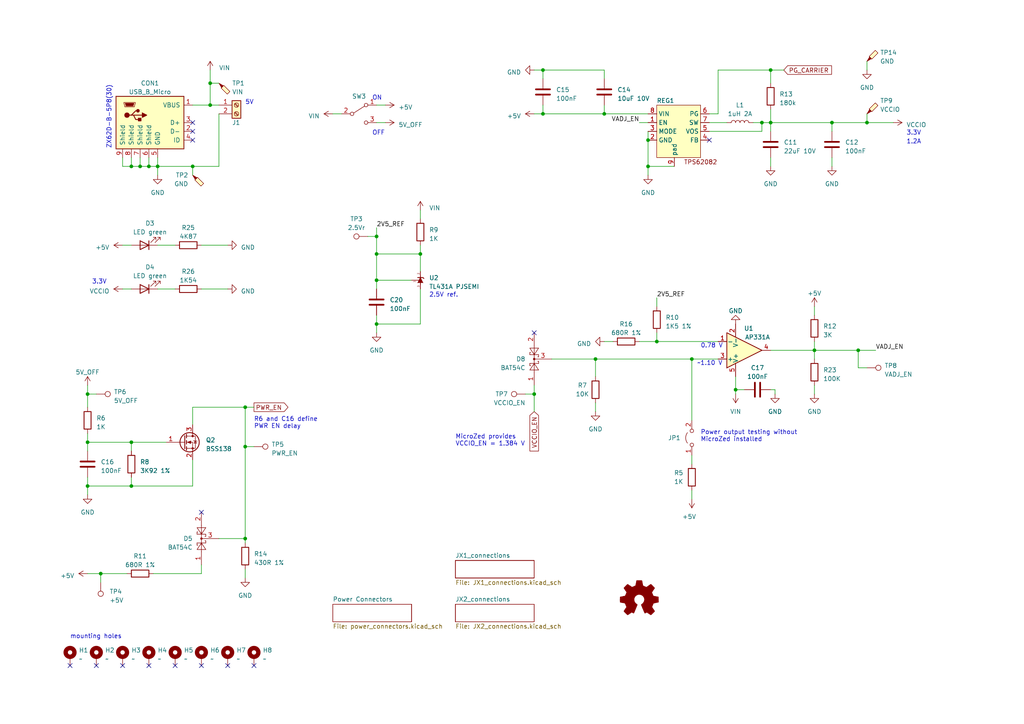
<source format=kicad_sch>
(kicad_sch (version 20230121) (generator eeschema)
  (paper "A4")
  (title_block (title "MicroZed development carrier board") (date "2023-08-19") (rev "4") (comment 1 "               License: Creative Commons Zero") (comment 3 "               (c) 2023 Viktor Nikolov"))
  (lib_symbols
    (symbol "Comparator:LM397" (pin_names (offset 0.127))
      (property "Reference" "U" (at 1.27 5.08 0))
      (property "Value" "LM397" (at 3.81 -5.08 0))
      (symbol "LM397_1_1"
        (pin input line (at -7.62 -2.54 0) (length 2.54) (name "-") (number "1"))
        (pin power_in line (at -2.54 -7.62 90) (length 3.81) (name "V-") (number "2"))
        (pin input line (at -7.62 2.54 0) (length 2.54) (name "+") (number "3"))
        (pin open_collector line (at 7.62 0 180) (length 2.54) (name "~") (number "4"))
        (pin power_in line (at -2.54 7.62 270) (length 3.81) (name "V+") (number "5"))
      )
    )
    (symbol "Connector:Screw_Terminal_01x02" (pin_names (offset 1.016) hide)
      (property "Reference" "J" (at 0 2.54 0))
      (property "Value" "Screw_Terminal_01x02" (at 0 -5.08 0))
      (symbol "Screw_Terminal_01x02_1_1"
        (pin passive line (at -5.08 0 0) (length 3.81) (name "Pin_1") (number "1"))
        (pin passive line (at -5.08 -2.54 0) (length 3.81) (name "Pin_2") (number "2"))
      )
    )
    (symbol "Connector:TestPoint" (pin_numbers hide) (pin_names (offset 0.762) hide)
      (property "Reference" "TP" (at 0 6.858 0))
      (property "Value" "TestPoint" (at 0 5.08 0))
      (symbol "TestPoint_1_1"
        (pin passive line (at 0 0 90) (length 2.54) (name "1") (number "1"))
      )
    )
    (symbol "Connector:TestPoint_Probe" (pin_numbers hide) (pin_names (offset 0.762) hide)
      (property "Reference" "TP" (at 1.651 5.842 0))
      (property "Value" "TestPoint_Probe" (at 1.651 4.064 0))
      (symbol "TestPoint_Probe_1_1"
        (pin passive line (at 0 0 90) (length 0) (name "1") (number "1"))
      )
    )
    (symbol "Device:C" (pin_numbers hide) (pin_names (offset 0.254))
      (property "Reference" "C" (at 0.635 2.54 0))
      (property "Value" "C" (at 0.635 -2.54 0))
      (symbol "C_1_1"
        (pin passive line (at 0 3.81 270) (length 2.794) (name "~") (number "1"))
        (pin passive line (at 0 -3.81 90) (length 2.794) (name "~") (number "2"))
      )
    )
    (symbol "Device:L" (pin_numbers hide) (pin_names (offset 1.016) hide)
      (property "Reference" "L" (at -1.27 0 90))
      (property "Value" "L" (at 1.905 0 90))
      (symbol "L_1_1"
        (pin passive line (at 0 3.81 270) (length 1.27) (name "1") (number "1"))
        (pin passive line (at 0 -3.81 90) (length 1.27) (name "2") (number "2"))
      )
    )
    (symbol "Device:LED" (pin_numbers hide) (pin_names (offset 1.016) hide)
      (property "Reference" "D" (at 0 2.54 0))
      (property "Value" "LED" (at 0 -2.54 0))
      (symbol "LED_1_1"
        (pin passive line (at -3.81 0 0) (length 2.54) (name "K") (number "1"))
        (pin passive line (at 3.81 0 180) (length 2.54) (name "A") (number "2"))
      )
    )
    (symbol "Device:R" (pin_numbers hide) (pin_names (offset 0))
      (property "Reference" "R" (at 2.032 0 90))
      (property "Value" "R" (at 0 0 90))
      (symbol "R_1_1"
        (pin passive line (at 0 3.81 270) (length 1.27) (name "~") (number "1"))
        (pin passive line (at 0 -3.81 90) (length 1.27) (name "~") (number "2"))
      )
    )
    (symbol "Diode:BAT54C" (pin_names (offset 1.016))
      (property "Reference" "D" (at 0.635 -3.81 0))
      (property "Value" "BAT54C" (at -6.35 3.175 0))
      (symbol "BAT54C_1_1"
        (pin passive line (at -7.62 0 0) (length 3.81) (name "~") (number "1"))
        (pin passive line (at 7.62 0 180) (length 3.81) (name "~") (number "2"))
        (pin passive line (at 0 -5.08 90) (length 5.08) (name "~") (number "3"))
      )
    )
    (symbol "Graphic:Logo_Open_Hardware_Small" (in_bom no) (on_board no))
    (symbol "Jumper:Jumper_2_Open" (pin_names (offset 0) hide)
      (property "Reference" "JP" (at 0 2.794 0))
      (property "Value" "Jumper_2_Open" (at 0 -2.286 0))
      (symbol "Jumper_2_Open_1_1"
        (pin passive line (at -5.08 0 0) (length 2.54) (name "A") (number "1"))
        (pin passive line (at 5.08 0 180) (length 2.54) (name "B") (number "2"))
      )
    )
    (symbol "Mechanical:MountingHole_Pad" (pin_numbers hide) (pin_names (offset 1.016) hide)
      (property "Reference" "H" (at 0 6.35 0))
      (property "Value" "MountingHole_Pad" (at 0 4.445 0))
      (symbol "MountingHole_Pad_1_1"
        (pin input line (at 0 -2.54 90) (length 2.54) (name "1") (number "1"))
      )
    )
    (symbol "Switch:SW_SPDT" (pin_names (offset 0) hide)
      (property "Reference" "SW" (at 0 4.318 0))
      (property "Value" "SW_SPDT" (at 0 -5.08 0))
      (symbol "SW_SPDT_1_1"
        (pin passive line (at 5.08 2.54 180) (length 2.54) (name "A") (number "1"))
        (pin passive line (at -5.08 0 0) (length 2.54) (name "B") (number "2"))
        (pin passive line (at 5.08 -2.54 180) (length 2.54) (name "C") (number "3"))
      )
    )
    (symbol "Transistor_FET:BSS138" (pin_names hide)
      (property "Reference" "Q" (at 5.08 1.905 0))
      (property "Value" "BSS138" (at 5.08 0 0))
      (symbol "BSS138_1_1"
        (pin input line (at -5.08 0 0) (length 2.54) (name "G") (number "1"))
        (pin passive line (at 2.54 -5.08 90) (length 2.54) (name "S") (number "2"))
        (pin passive line (at 2.54 5.08 270) (length 2.54) (name "D") (number "3"))
      )
    )
    (symbol "Viktor_symbols:5V_OFF" (power) (pin_names (offset 0))
      (property "Value" "5V_OFF" (at 0 3.81 0))
      (symbol "5V_OFF_1_1"
        (pin power_in line (at 0 0 90) (length 0) hide (name "5V_OFF") (number "1"))
      )
    )
    (symbol "Viktor_symbols:TL431A-PJSEMI-2.5V-ref" (pin_numbers hide) (pin_names hide)
      (property "Reference" "U" (at -2.54 2.54 0))
      (property "Value" "TL431A PJSEMI" (at 0 -2.54 0))
      (symbol "TL431A-PJSEMI-2.5V-ref_1_1"
        (text "1" (at -0.3556 1.6764 0) (effects (font (size 0.6 0.6))))
        (text "2" (at 1.905 0.508 0) (effects (font (size 0.6 0.6))))
        (text "3" (at -1.778 0.508 0) (effects (font (size 0.6 0.6))))
        (pin passive line (at 0 2.54 270) (length 2.54) (name "REF") (number "1"))
        (pin passive line (at 2.54 0 180) (length 2.54) (name "K") (number "2"))
        (pin passive line (at -2.54 0 0) (length 2.54) (name "A") (number "3"))
      )
    )
    (symbol "Viktor_symbols:TPS62082_DC-DC"
      (property "Reference" "REG" (at 0 0 0))
      (symbol "TPS62082_DC-DC_0_0"
        (pin input line (at -7.62 -7.62 0) (length 2.54) (name "EN") (number "1"))
        (pin power_out line (at -7.62 -12.7 0) (length 2.54) (name "GND") (number "2"))
        (pin input line (at -7.62 -10.16 0) (length 2.54) (name "MODE") (number "3"))
        (pin input line (at 10.16 -12.7 180) (length 2.54) (name "FB") (number "4"))
        (pin input line (at 10.16 -10.16 180) (length 2.54) (name "VOS") (number "5"))
        (pin output line (at 10.16 -5.08 180) (length 2.54) (name "PG") (number "6"))
        (pin power_out line (at 10.16 -7.62 180) (length 2.54) (name "SW") (number "7"))
        (pin power_in line (at -7.62 -5.08 0) (length 2.54) (name "VIN") (number "8"))
        (pin power_out line (at 0 -20.32 90) (length 2.54) (name "pad") (number "9"))
      )
      (symbol "TPS62082_DC-DC_1_1"
        (text "TPS62082" (at 7.62 -19.05 0) (effects (font (size 1.27 1.27))))
      )
    )
    (symbol "Viktor_symbols:USB_B_Micro_ZX62D-B-5P830" (pin_names (offset 1.016))
      (property "Reference" "J" (at -5.08 11.43 0))
      (property "Value" "USB_B_Micro" (at -5.08 8.89 0))
      (symbol "USB_B_Micro_ZX62D-B-5P830_1_1"
        (pin power_out line (at 15.24 5.08 180) (length 2.54) (name "VBUS") (number "1"))
        (pin bidirectional line (at 15.24 -2.54 180) (length 2.54) (name "D-") (number "2"))
        (pin bidirectional line (at 15.24 0 180) (length 2.54) (name "D+") (number "3"))
        (pin passive line (at 15.24 -5.08 180) (length 2.54) (name "ID") (number "4"))
        (pin power_out line (at 5.08 -10.16 90) (length 2.54) (name "GND") (number "5"))
        (pin power_out line (at 2.54 -10.16 90) (length 2.54) (name "Shield") (number "6"))
        (pin power_out line (at 0 -10.16 90) (length 2.54) (name "Shield") (number "7"))
        (pin power_out line (at -2.54 -10.16 90) (length 2.54) (name "Shield") (number "8"))
        (pin power_out line (at -5.08 -10.16 90) (length 2.54) (name "Shield") (number "9"))
      )
    )
    (symbol "Viktor_symbols:VCCIO" (power) (pin_names (offset 0))
      (property "Value" "VCCIO" (at 0 3.81 0))
      (symbol "VCCIO_1_1"
        (pin power_in line (at 0 0 90) (length 0) hide (name "VCCIO") (number "1"))
      )
    )
    (symbol "Viktor_symbols:VIN" (power) (pin_names (offset 0))
      (property "Value" "VIN" (at 0 3.81 0))
      (symbol "VIN_1_1"
        (pin power_in line (at 0 0 90) (length 0) hide (name "VIN") (number "1"))
      )
    )
    (symbol "power:+5V" (power) (pin_names (offset 0))
      (property "Value" "+5V" (at 0 3.556 0))
      (symbol "+5V_1_1"
        (pin power_in line (at 0 0 90) (length 0) hide (name "+5V") (number "1"))
      )
    )
    (symbol "power:GND" (power) (pin_names (offset 0))
      (property "Value" "GND" (at 0 -3.81 0))
      (symbol "GND_1_1"
        (pin power_in line (at 0 0 270) (length 0) hide (name "GND") (number "1"))
      )
    )
  )
  (junction (at 25.4 114.3))
  (junction (at 190.5 99.06))
  (junction (at 25.4 128.27))
  (junction (at 157.48 20.32))
  (junction (at 109.22 68.58))
  (junction (at 241.3 35.56))
  (junction (at 109.22 73.66))
  (junction (at 71.12 118.11))
  (junction (at 25.4 140.97))
  (junction (at 60.96 24.13))
  (junction (at 248.92 101.6))
  (junction (at 154.94 114.3))
  (junction (at 109.22 81.28))
  (junction (at 213.36 113.03))
  (junction (at 223.52 35.56))
  (junction (at 55.88 48.26))
  (junction (at 251.46 35.56))
  (junction (at 200.66 104.14))
  (junction (at 43.18 48.26))
  (junction (at 109.22 93.98))
  (junction (at 175.26 33.02))
  (junction (at 172.72 104.14))
  (junction (at 121.92 73.66))
  (junction (at 157.48 33.02))
  (junction (at 38.1 48.26))
  (junction (at 236.22 101.6))
  (junction (at 71.12 156.21))
  (junction (at 29.21 166.37))
  (junction (at 223.52 20.32))
  (junction (at 38.1 128.27))
  (junction (at 71.12 129.54))
  (junction (at 220.98 35.56))
  (junction (at 38.1 140.97))
  (junction (at 187.96 40.64))
  (junction (at 60.96 30.48))
  (junction (at 40.64 48.26))
  (junction (at 45.72 48.26))
  (junction (at 187.96 48.26))
  (no_connect (at 154.94 96.52))
  (no_connect (at 55.88 40.64))
  (no_connect (at 20.32 193.04))
  (no_connect (at 66.04 193.04))
  (no_connect (at 35.56 193.04))
  (no_connect (at 55.88 35.56))
  (no_connect (at 58.42 193.04))
  (no_connect (at 58.42 148.59))
  (no_connect (at 27.94 193.04))
  (no_connect (at 55.88 38.1))
  (no_connect (at 43.18 193.04))
  (no_connect (at 205.74 40.64))
  (no_connect (at 73.66 193.04))
  (no_connect (at 50.8 193.04))
  (wire (pts (xy 248.92 101.6) (xy 248.92 106.68)))
  (wire (pts (xy 248.92 101.6) (xy 254 101.6)))
  (wire (pts (xy 175.26 20.32) (xy 175.26 22.86)))
  (wire (pts (xy 25.4 111.76) (xy 25.4 114.3)))
  (wire (pts (xy 213.36 109.22) (xy 213.36 113.03)))
  (wire (pts (xy 38.1 140.97) (xy 55.88 140.97)))
  (wire (pts (xy 200.66 144.78) (xy 200.66 142.24)))
  (wire (pts (xy 190.5 86.36) (xy 190.5 88.9)))
  (wire (pts (xy 55.88 123.19) (xy 55.88 118.11)))
  (wire (pts (xy 185.42 99.06) (xy 190.5 99.06)))
  (wire (pts (xy 223.52 45.72) (xy 223.52 48.26)))
  (wire (pts (xy 224.79 113.03) (xy 224.79 114.3)))
  (wire (pts (xy 44.45 166.37) (xy 58.42 166.37)))
  (wire (pts (xy 109.22 66.04) (xy 109.22 68.58)))
  (wire (pts (xy 109.22 93.98) (xy 121.92 93.98)))
  (wire (pts (xy 213.36 113.03) (xy 213.36 114.3)))
  (wire (pts (xy 55.88 50.8) (xy 55.88 48.26)))
  (wire (pts (xy 187.96 48.26) (xy 187.96 50.8)))
  (wire (pts (xy 38.1 45.72) (xy 38.1 48.26)))
  (wire (pts (xy 236.22 99.06) (xy 236.22 101.6)))
  (wire (pts (xy 55.88 118.11) (xy 71.12 118.11)))
  (wire (pts (xy 251.46 33.02) (xy 251.46 35.56)))
  (wire (pts (xy 205.74 38.1) (xy 220.98 38.1)))
  (wire (pts (xy 236.22 101.6) (xy 248.92 101.6)))
  (wire (pts (xy 71.12 129.54) (xy 71.12 156.21)))
  (wire (pts (xy 200.66 121.92) (xy 200.66 104.14)))
  (wire (pts (xy 43.18 45.72) (xy 43.18 48.26)))
  (wire (pts (xy 157.48 20.32) (xy 175.26 20.32)))
  (wire (pts (xy 55.88 133.35) (xy 55.88 140.97)))
  (wire (pts (xy 96.52 33.02) (xy 99.06 33.02)))
  (wire (pts (xy 187.96 48.26) (xy 195.58 48.26)))
  (wire (pts (xy 205.74 33.02) (xy 208.28 33.02)))
  (wire (pts (xy 152.4 114.3) (xy 154.94 114.3)))
  (wire (pts (xy 25.4 140.97) (xy 38.1 140.97)))
  (wire (pts (xy 55.88 30.48) (xy 60.96 30.48)))
  (wire (pts (xy 109.22 83.82) (xy 109.22 81.28)))
  (wire (pts (xy 35.56 71.12) (xy 38.1 71.12)))
  (wire (pts (xy 60.96 30.48) (xy 63.5 30.48)))
  (wire (pts (xy 63.5 33.02) (xy 63.5 48.26)))
  (wire (pts (xy 38.1 128.27) (xy 38.1 130.81)))
  (wire (pts (xy 58.42 83.82) (xy 66.04 83.82)))
  (wire (pts (xy 121.92 73.66) (xy 121.92 78.74)))
  (wire (pts (xy 71.12 165.1) (xy 71.12 167.64)))
  (wire (pts (xy 25.4 125.73) (xy 25.4 128.27)))
  (wire (pts (xy 172.72 104.14) (xy 172.72 109.22)))
  (wire (pts (xy 109.22 68.58) (xy 109.22 73.66)))
  (wire (pts (xy 45.72 48.26) (xy 43.18 48.26)))
  (wire (pts (xy 71.12 118.11) (xy 73.66 118.11)))
  (wire (pts (xy 71.12 156.21) (xy 71.12 157.48)))
  (wire (pts (xy 175.26 99.06) (xy 177.8 99.06)))
  (wire (pts (xy 241.3 35.56) (xy 251.46 35.56)))
  (wire (pts (xy 25.4 114.3) (xy 27.94 114.3)))
  (wire (pts (xy 248.92 106.68) (xy 251.46 106.68)))
  (wire (pts (xy 60.96 24.13) (xy 60.96 30.48)))
  (wire (pts (xy 236.22 111.76) (xy 236.22 114.3)))
  (wire (pts (xy 220.98 35.56) (xy 223.52 35.56)))
  (wire (pts (xy 218.44 35.56) (xy 220.98 35.56)))
  (wire (pts (xy 45.72 83.82) (xy 50.8 83.82)))
  (wire (pts (xy 25.4 114.3) (xy 25.4 118.11)))
  (wire (pts (xy 223.52 113.03) (xy 224.79 113.03)))
  (wire (pts (xy 109.22 35.56) (xy 111.76 35.56)))
  (wire (pts (xy 154.94 33.02) (xy 157.48 33.02)))
  (wire (pts (xy 223.52 20.32) (xy 227.33 20.32)))
  (wire (pts (xy 109.22 81.28) (xy 109.22 73.66)))
  (wire (pts (xy 45.72 48.26) (xy 45.72 50.8)))
  (wire (pts (xy 160.02 104.14) (xy 172.72 104.14)))
  (wire (pts (xy 223.52 35.56) (xy 241.3 35.56)))
  (wire (pts (xy 29.21 166.37) (xy 36.83 166.37)))
  (wire (pts (xy 29.21 166.37) (xy 29.21 168.91)))
  (wire (pts (xy 45.72 45.72) (xy 45.72 48.26)))
  (wire (pts (xy 154.94 20.32) (xy 157.48 20.32)))
  (wire (pts (xy 241.3 45.72) (xy 241.3 48.26)))
  (wire (pts (xy 109.22 30.48) (xy 111.76 30.48)))
  (wire (pts (xy 106.68 68.58) (xy 109.22 68.58)))
  (wire (pts (xy 71.12 118.11) (xy 71.12 129.54)))
  (wire (pts (xy 45.72 48.26) (xy 55.88 48.26)))
  (wire (pts (xy 157.48 30.48) (xy 157.48 33.02)))
  (wire (pts (xy 38.1 138.43) (xy 38.1 140.97)))
  (wire (pts (xy 241.3 38.1) (xy 241.3 35.56)))
  (wire (pts (xy 223.52 101.6) (xy 236.22 101.6)))
  (wire (pts (xy 25.4 128.27) (xy 25.4 130.81)))
  (wire (pts (xy 175.26 33.02) (xy 187.96 33.02)))
  (wire (pts (xy 109.22 93.98) (xy 109.22 96.52)))
  (wire (pts (xy 25.4 140.97) (xy 25.4 143.51)))
  (wire (pts (xy 38.1 128.27) (xy 48.26 128.27)))
  (wire (pts (xy 208.28 20.32) (xy 223.52 20.32)))
  (wire (pts (xy 187.96 38.1) (xy 187.96 40.64)))
  (wire (pts (xy 175.26 30.48) (xy 175.26 33.02)))
  (wire (pts (xy 220.98 38.1) (xy 220.98 35.56)))
  (wire (pts (xy 121.92 71.12) (xy 121.92 73.66)))
  (wire (pts (xy 185.42 35.56) (xy 187.96 35.56)))
  (wire (pts (xy 236.22 101.6) (xy 236.22 104.14)))
  (wire (pts (xy 25.4 166.37) (xy 29.21 166.37)))
  (wire (pts (xy 25.4 138.43) (xy 25.4 140.97)))
  (wire (pts (xy 109.22 73.66) (xy 121.92 73.66)))
  (wire (pts (xy 35.56 45.72) (xy 35.56 48.26)))
  (wire (pts (xy 38.1 48.26) (xy 35.56 48.26)))
  (wire (pts (xy 187.96 40.64) (xy 187.96 48.26)))
  (wire (pts (xy 63.5 156.21) (xy 71.12 156.21)))
  (wire (pts (xy 25.4 128.27) (xy 38.1 128.27)))
  (wire (pts (xy 58.42 163.83) (xy 58.42 166.37)))
  (wire (pts (xy 213.36 113.03) (xy 215.9 113.03)))
  (wire (pts (xy 35.56 83.82) (xy 38.1 83.82)))
  (wire (pts (xy 172.72 116.84) (xy 172.72 119.38)))
  (wire (pts (xy 109.22 91.44) (xy 109.22 93.98)))
  (wire (pts (xy 190.5 99.06) (xy 208.28 99.06)))
  (wire (pts (xy 121.92 60.96) (xy 121.92 63.5)))
  (wire (pts (xy 60.96 20.32) (xy 60.96 24.13)))
  (wire (pts (xy 251.46 35.56) (xy 259.08 35.56)))
  (wire (pts (xy 109.22 81.28) (xy 119.38 81.28)))
  (wire (pts (xy 45.72 71.12) (xy 50.8 71.12)))
  (wire (pts (xy 154.94 111.76) (xy 154.94 114.3)))
  (wire (pts (xy 157.48 20.32) (xy 157.48 22.86)))
  (wire (pts (xy 205.74 35.56) (xy 210.82 35.56)))
  (wire (pts (xy 208.28 20.32) (xy 208.28 33.02)))
  (wire (pts (xy 236.22 88.9) (xy 236.22 91.44)))
  (wire (pts (xy 223.52 31.75) (xy 223.52 35.56)))
  (wire (pts (xy 40.64 45.72) (xy 40.64 48.26)))
  (wire (pts (xy 55.88 48.26) (xy 63.5 48.26)))
  (wire (pts (xy 200.66 104.14) (xy 208.28 104.14)))
  (wire (pts (xy 200.66 134.62) (xy 200.66 132.08)))
  (wire (pts (xy 223.52 20.32) (xy 223.52 24.13)))
  (wire (pts (xy 58.42 71.12) (xy 66.04 71.12)))
  (wire (pts (xy 40.64 48.26) (xy 38.1 48.26)))
  (wire (pts (xy 172.72 104.14) (xy 200.66 104.14)))
  (wire (pts (xy 60.96 24.13) (xy 63.5 24.13)))
  (wire (pts (xy 223.52 35.56) (xy 223.52 38.1)))
  (wire (pts (xy 43.18 48.26) (xy 40.64 48.26)))
  (wire (pts (xy 190.5 96.52) (xy 190.5 99.06)))
  (wire (pts (xy 251.46 17.78) (xy 251.46 20.32)))
  (wire (pts (xy 157.48 33.02) (xy 175.26 33.02)))
  (wire (pts (xy 154.94 114.3) (xy 154.94 119.38)))
  (wire (pts (xy 71.12 129.54) (xy 73.66 129.54)))
  (wire (pts (xy 121.92 83.82) (xy 121.92 93.98)))
  (text "R6 and C16 define\nPWR EN delay" (at 73.66 124.46 0) (effects (font (size 1.27 1.27)) (justify left bottom)))
  (text "1.2A" (at 262.89 41.91 0) (effects (font (size 1.27 1.27)) (justify left bottom)))
  (text "2.5V ref." (at 124.46 86.36 0) (effects (font (size 1.27 1.27)) (justify left bottom)))
  (text "mounting holes" (at 20.32 185.42 0) (effects (font (size 1.27 1.27)) (justify left bottom)))
  (text "3.3V" (at 262.89 39.37 0) (effects (font (size 1.27 1.27)) (justify left bottom)))
  (text "0.78 V" (at 203.2 101.092 0) (effects (font (size 1.27 1.27)) (justify left bottom)))
  (text "~1.10 V" (at 202.184 106.172 0) (effects (font (size 1.27 1.27)) (justify left bottom)))
  (text "Power output testing without\nMicroZed installed" (at 203.2 128.27 0) (effects (font (size 1.27 1.27)) (justify left bottom)))
  (text "OFF" (at 107.95 39.37 0) (effects (font (size 1.27 1.27)) (justify left bottom)))
  (text "MicroZed provides\nVCCIO_EN = 1.384 V" (at 132.08 129.54 0) (effects (font (size 1.27 1.27)) (justify left bottom)))
  (text "ZX62D-B-5P8(30)" (at 32.385 43.18 90) (effects (font (size 1.27 1.27)) (justify left bottom)))
  (text "3.3V" (at 26.67 82.55 0) (effects (font (size 1.27 1.27)) (justify left bottom)))
  (text "5V" (at 71.12 30.48 0) (effects (font (size 1.27 1.27)) (justify left bottom)))
  (text "ON" (at 107.95 29.21 0) (effects (font (size 1.27 1.27)) (justify left bottom)))
  (label "VADJ_EN" (at 185.42 35.56 180))
  (label "2V5_REF" (at 190.5 86.36 0))
  (label "VADJ_EN" (at 254 101.6 0))
  (label "2V5_REF" (at 109.22 66.04 0))
  (global_label "PG_CARRIER" (shape input) (at 227.33 20.32 0) (property "Intersheetrefs" "${INTERSHEET_REFS}" (effects hide)))
  (global_label "PWR_EN" (shape output) (at 73.66 118.11 0) (property "Intersheetrefs" "${INTERSHEET_REFS}" (effects hide)))
  (global_label "VCCIO_EN" (shape input) (at 154.94 119.38 270) (property "Intersheetrefs" "${INTERSHEET_REFS}" (effects hide)))
  (symbol (lib_id "Connector:TestPoint") (at 106.68 68.58 90) (unit 1) (in_bom no)
    (property "Reference" "TP3" (at 103.378 63.5 90))
    (property "Value" "2.5Vr" (at 103.378 66.04 90))
    (property "Footprint" "Viktor:TestPoint__Drill1.0mm" (effects hide))
  )
  (symbol (lib_id "Connector:TestPoint") (at 152.4 114.3 90) (unit 1) (in_bom no)
    (property "Reference" "TP7" (at 147.32 114.3 90) (effects (justify left)))
    (property "Value" "VCCIO_EN" (at 152.4 116.84 90) (effects (justify left)))
    (property "Footprint" "Viktor:TestPoint__Drill1.0mm" (effects hide))
  )
  (symbol (lib_id "Connector:TestPoint_Probe") (at 63.5 24.13 270) (unit 1) (in_bom no)
    (property "Reference" "TP1" (at 67.31 24.13 90) (effects (justify left)))
    (property "Value" "VIN" (at 67.31 26.67 90) (effects (justify left)))
    (property "Footprint" "Viktor:TestPoint__Drill1.0mm" (effects hide))
  )
  (symbol (lib_id "Viktor_symbols:VCCIO") (at 35.56 83.82 90) (unit 1)
    (property "Reference" "#PWR017" (effects hide))
    (property "Value" "VCCIO" (at 31.75 84.455 90) (effects (justify left)))
  )
  (symbol (lib_id "power:+5V") (at 154.94 33.02 90) (unit 1)
    (property "Reference" "#PWR01" (effects hide))
    (property "Value" "+5V" (at 151.13 33.655 90) (effects (justify left)))
  )
  (symbol (lib_id "Connector:TestPoint_Probe") (at 55.88 50.8 0) (mirror x) (unit 1) (in_bom no)
    (property "Reference" "TP2" (at 54.61 50.8 0) (effects (justify right)))
    (property "Value" "GND" (at 54.61 53.34 0) (effects (justify right)))
    (property "Footprint" "Viktor:TestPoint__Drill1.0mm" (effects hide))
  )
  (symbol (lib_id "Device:R") (at 236.22 107.95 0) (unit 1)
    (property "Reference" "R23" (at 238.76 107.315 0) (effects (justify left)))
    (property "Value" "100K" (at 238.76 109.855 0) (effects (justify left)))
    (property "Footprint" "Resistor_SMD:R_0603_1608Metric" (effects hide))
    (property "LCSC" "C25803" (effects hide))
  )
  (symbol (lib_id "Device:R") (at 172.72 113.03 0) (unit 1)
    (property "Reference" "R7" (at 168.91 111.76 0))
    (property "Value" "10K" (at 168.91 114.3 0))
    (property "Footprint" "Resistor_SMD:R_0603_1608Metric" (effects hide))
    (property "LCSC" "C25804" (effects hide))
  )
  (symbol (lib_id "Device:R") (at 25.4 121.92 180) (unit 1)
    (property "Reference" "R6" (at 27.94 121.285 0) (effects (justify right)))
    (property "Value" "1K" (at 27.94 123.825 0) (effects (justify right)))
    (property "Footprint" "Resistor_SMD:R_0603_1608Metric" (effects hide))
    (property "LCSC" "C21190" (effects hide))
  )
  (symbol (lib_id "Connector:TestPoint") (at 251.46 106.68 270) (unit 1) (in_bom no)
    (property "Reference" "TP8" (at 256.54 106.045 90) (effects (justify left)))
    (property "Value" "VADJ_EN" (at 256.54 108.585 90) (effects (justify left)))
    (property "Footprint" "Viktor:TestPoint__Drill1.0mm" (effects hide))
  )
  (symbol (lib_id "power:GND") (at 154.94 20.32 270) (unit 1)
    (property "Reference" "#PWR02" (effects hide))
    (property "Value" "GND" (at 151.13 20.955 90) (effects (justify right)))
  )
  (symbol (lib_id "Device:LED") (at 41.91 83.82 180) (unit 1)
    (property "Reference" "D4" (at 43.4975 77.47 0))
    (property "Value" "LED green" (at 43.4975 80.01 0))
    (property "Footprint" "LED_SMD:LED_0603_1608Metric" (effects hide))
    (property "LCSC" "C2833058" (effects hide))
  )
  (symbol (lib_id "Transistor_FET:BSS138") (at 53.34 128.27 0) (unit 1)
    (property "Reference" "Q2" (at 59.69 127.635 0) (effects (justify left)))
    (property "Value" "BSS138" (at 59.69 130.175 0) (effects (justify left)))
    (property "Footprint" "Package_TO_SOT_SMD:SOT-23" (effects hide))
    (property "Datasheet" "https://www.onsemi.com/pub/Collateral/BSS138-D.PDF" (effects hide))
    (property "LCSC" "C400505" (effects hide))
    (property "JLCPCB Rotation Offset" "-180" (effects hide))
  )
  (symbol (lib_id "Device:C") (at 241.3 41.91 0) (unit 1)
    (property "Reference" "C12" (at 245.11 41.275 0) (effects (justify left)))
    (property "Value" "100nF" (at 245.11 43.815 0) (effects (justify left)))
    (property "Footprint" "Capacitor_SMD:C_0603_1608Metric" (effects hide))
    (property "LCSC" "C66501" (effects hide))
  )
  (symbol (lib_id "Device:R") (at 38.1 134.62 180) (unit 1)
    (property "Reference" "R8" (at 40.64 133.985 0) (effects (justify right)))
    (property "Value" "3K92 1%" (at 40.64 136.525 0) (effects (justify right)))
    (property "Footprint" "Resistor_SMD:R_0603_1608Metric" (effects hide))
    (property "LCSC" "C170585" (effects hide))
  )
  (symbol (lib_id "power:GND") (at 223.52 48.26 0) (unit 1)
    (property "Reference" "#PWR04" (effects hide))
    (property "Value" "GND" (at 223.52 53.34 0))
  )
  (symbol (lib_id "power:GND") (at 172.72 119.38 0) (unit 1)
    (property "Reference" "#PWR021" (effects hide))
    (property "Value" "GND" (at 172.72 124.46 0))
  )
  (symbol (lib_id "Device:R") (at 223.52 27.94 0) (unit 1)
    (property "Reference" "R13" (at 226.06 27.305 0) (effects (justify left)))
    (property "Value" "180k" (at 226.06 29.845 0) (effects (justify left)))
    (property "Footprint" "Resistor_SMD:R_0603_1608Metric" (effects hide))
    (property "LCSC" "C22827" (effects hide))
  )
  (symbol (lib_id "power:GND") (at 251.46 20.32 0) (unit 1)
    (property "Reference" "#PWR011" (effects hide))
    (property "Value" "GND" (at 251.46 25.4 0))
  )
  (symbol (lib_id "Device:C") (at 175.26 26.67 180) (unit 1)
    (property "Reference" "C14" (at 179.07 26.035 0) (effects (justify right)))
    (property "Value" "10uF 10V" (at 179.07 28.575 0) (effects (justify right)))
    (property "Footprint" "Capacitor_SMD:C_0603_1608Metric" (effects hide))
    (property "LCSC" "C19702" (effects hide))
  )
  (symbol (lib_id "Device:LED") (at 41.91 71.12 180) (unit 1)
    (property "Reference" "D3" (at 43.4975 64.77 0))
    (property "Value" "LED green" (at 43.4975 67.31 0))
    (property "Footprint" "LED_SMD:LED_0603_1608Metric" (effects hide))
    (property "LCSC" "C2833058" (effects hide))
  )
  (symbol (lib_id "power:GND") (at 224.79 114.3 0) (unit 1)
    (property "Reference" "#PWR029" (effects hide))
    (property "Value" "GND" (at 224.79 119.38 0))
  )
  (symbol (lib_id "power:+5V") (at 236.22 88.9 0) (unit 1)
    (property "Reference" "#PWR031" (effects hide))
    (property "Value" "+5V" (at 236.22 85.09 0))
  )
  (symbol (lib_id "Viktor_symbols:VIN") (at 213.36 114.3 180) (unit 1)
    (property "Reference" "#PWR028" (effects hide))
    (property "Value" "VIN" (at 213.36 119.38 0))
  )
  (symbol (lib_id "Device:L") (at 214.63 35.56 90) (unit 1)
    (property "Reference" "L1" (at 214.63 30.48 90))
    (property "Value" "1uH 2A" (at 214.63 33.02 90))
    (property "Footprint" "Viktor:Inductor-0806_L2.0-W1.6-1" (effects hide))
    (property "LCSC" "C2913752" (effects hide))
  )
  (symbol (lib_id "Connector:TestPoint_Probe") (at 251.46 33.02 0) (unit 1) (in_bom no)
    (property "Reference" "TP9" (at 255.27 29.21 0) (effects (justify left)))
    (property "Value" "VCCIO" (at 255.27 31.75 0) (effects (justify left)))
    (property "Footprint" "Viktor:TestPoint__Drill1.0mm" (effects hide))
  )
  (symbol (lib_id "Viktor_symbols:VIN") (at 96.52 33.02 90) (unit 1)
    (property "Reference" "#PWR09" (effects hide))
    (property "Value" "VIN" (at 92.71 33.655 90) (effects (justify left)))
  )
  (symbol (lib_id "Mechanical:MountingHole_Pad") (at 73.66 190.5 0) (unit 1) (in_bom no)
    (property "Reference" "H8" (at 76.2 188.595 0) (effects (justify left)))
    (property "Value" "~" (at 76.2 191.135 0) (effects (justify left)))
    (property "Footprint" "Viktor:MountingHole_3.2mm_Pad_7mm" (effects hide))
  )
  (symbol (lib_id "Device:R") (at 54.61 83.82 90) (unit 1)
    (property "Reference" "R26" (at 54.61 78.74 90))
    (property "Value" "1K54" (at 54.61 81.28 90))
    (property "Footprint" "Resistor_SMD:R_0603_1608Metric" (effects hide))
    (property "LCSC" "C100784" (effects hide))
  )
  (symbol (lib_id "power:GND") (at 25.4 143.51 0) (unit 1)
    (property "Reference" "#PWR018" (effects hide))
    (property "Value" "GND" (at 25.4 148.59 0))
  )
  (symbol (lib_id "power:GND") (at 187.96 50.8 0) (unit 1)
    (property "Reference" "#PWR03" (effects hide))
    (property "Value" "GND" (at 187.96 55.88 0))
  )
  (symbol (lib_id "power:GND") (at 66.04 83.82 90) (unit 1)
    (property "Reference" "#PWR016" (effects hide))
    (property "Value" "GND" (at 69.85 84.455 90) (effects (justify right)))
  )
  (symbol (lib_id "Device:R") (at 54.61 71.12 90) (unit 1)
    (property "Reference" "R25" (at 54.61 66.04 90))
    (property "Value" "4K87" (at 54.61 68.58 90))
    (property "Footprint" "Resistor_SMD:R_0603_1608Metric" (effects hide))
    (property "LCSC" "C2097544" (effects hide))
  )
  (symbol (lib_id "Device:C") (at 25.4 134.62 0) (unit 1)
    (property "Reference" "C16" (at 29.21 133.985 0) (effects (justify left)))
    (property "Value" "100nF" (at 29.21 136.525 0) (effects (justify left)))
    (property "Footprint" "Capacitor_SMD:C_0603_1608Metric" (effects hide))
    (property "LCSC" "C66501" (effects hide))
  )
  (symbol (lib_id "Device:R") (at 181.61 99.06 270) (unit 1)
    (property "Reference" "R16" (at 181.61 93.98 90))
    (property "Value" "680R 1%" (at 181.61 96.52 90))
    (property "Footprint" "Resistor_SMD:R_0603_1608Metric" (effects hide))
    (property "LCSC" "C23228" (effects hide))
  )
  (symbol (lib_id "Device:R") (at 236.22 95.25 0) (unit 1)
    (property "Reference" "R12" (at 238.76 94.615 0) (effects (justify left)))
    (property "Value" "3K" (at 238.76 97.155 0) (effects (justify left)))
    (property "Footprint" "Resistor_SMD:R_0603_1608Metric" (effects hide))
    (property "LCSC" "C4211" (effects hide))
  )
  (symbol (lib_id "power:GND") (at 213.36 93.98 180) (unit 1)
    (property "Reference" "#PWR027" (effects hide))
    (property "Value" "GND" (at 213.36 90.17 0))
  )
  (symbol (lib_id "Connector:TestPoint_Probe") (at 251.46 17.78 0) (unit 1) (in_bom no)
    (property "Reference" "TP14" (at 255.27 15.24 0) (effects (justify left)))
    (property "Value" "GND" (at 255.27 17.78 0) (effects (justify left)))
    (property "Footprint" "Viktor:TestPoint__Drill1.0mm" (effects hide))
  )
  (symbol (lib_id "Viktor_symbols:USB_B_Micro_ZX62D-B-5P830") (at 40.64 35.56 0) (unit 1)
    (property "Reference" "CON1" (at 43.4975 24.13 0))
    (property "Value" "USB_B_Micro" (at 43.4975 26.67 0))
    (property "Footprint" "Viktor:MICRO-USB-SMD_HRS-ZX62D-B-5P830" (effects hide))
    (property "Datasheet" "https://cz.mouser.com/ProductDetail/Hirose-Connector/ZX62D-B-5P830?qs=1Nn7v2rJFSJv6upTGKoMrA%3D%3D&gclid=CjwKCAjw8-OhBhB5EiwADyoY1WOGXJMmZH3hlvZtwC0nj-LUHA4uX4vVXE0ki98RAgrq_Odpqwb1VBoCO_kQAvD_BwE" (effects hide))
    (property "LCSC" "C719023" (effects hide))
  )
  (symbol (lib_id "Graphic:Logo_Open_Hardware_Small") (at 185.42 173.99 0) (unit 1) (in_bom no) (on_board no)
    (property "Reference" "#SYM1" (effects hide))
    (property "Value" "Logo_Open_Hardware_Small" (effects hide))
    (property "Sim.Enable" "0" (effects hide))
  )
  (symbol (lib_id "Viktor_symbols:VIN") (at 60.96 20.32 0) (unit 1)
    (property "Reference" "#PWR08" (effects hide))
    (property "Value" "VIN" (at 63.5 19.685 0) (effects (justify left)))
  )
  (symbol (lib_id "power:+5V") (at 35.56 71.12 90) (unit 1)
    (property "Reference" "#PWR013" (effects hide))
    (property "Value" "+5V" (at 31.75 71.755 90) (effects (justify left)))
  )
  (symbol (lib_id "Mechanical:MountingHole_Pad") (at 50.8 190.5 0) (unit 1) (in_bom no)
    (property "Reference" "H5" (at 53.34 188.595 0) (effects (justify left)))
    (property "Value" "~" (at 53.34 191.135 0) (effects (justify left)))
    (property "Footprint" "Viktor:MountingHole_3.2mm_Pad_7mm" (effects hide))
  )
  (symbol (lib_id "power:GND") (at 45.72 50.8 0) (unit 1)
    (property "Reference" "#PWR07" (effects hide))
    (property "Value" "GND" (at 45.72 55.88 0))
  )
  (symbol (lib_id "Viktor_symbols:TL431A-PJSEMI-2.5V-ref") (at 121.92 81.28 90) (unit 1)
    (property "Reference" "U2" (at 124.46 80.5815 90) (effects (justify right)))
    (property "Value" "TL431A PJSEMI" (at 124.46 83.1215 90) (effects (justify right)))
    (property "Footprint" "Package_TO_SOT_SMD:SOT-23" (effects hide))
    (property "Datasheet" "https://jlcpcb.com/partdetail/Pjsemi-TL431A/C411753" (effects hide))
    (property "LCSC" "C411753" (effects hide))
    (property "JLCPCB Rotation Offset" "-180" (effects hide))
  )
  (symbol (lib_id "Mechanical:MountingHole_Pad") (at 20.32 190.5 0) (unit 1) (in_bom no)
    (property "Reference" "H1" (at 22.86 188.595 0) (effects (justify left)))
    (property "Value" "~" (at 22.86 191.135 0) (effects (justify left)))
    (property "Footprint" "Viktor:MountingHole_3.2mm_Pad_7mm" (effects hide))
  )
  (symbol (lib_id "Mechanical:MountingHole_Pad") (at 27.94 190.5 0) (unit 1) (in_bom no)
    (property "Reference" "H2" (at 30.48 188.595 0) (effects (justify left)))
    (property "Value" "~" (at 30.48 191.135 0) (effects (justify left)))
    (property "Footprint" "Viktor:MountingHole_3.2mm_Pad_7mm" (effects hide))
  )
  (symbol (lib_id "power:+5V") (at 25.4 166.37 90) (unit 1)
    (property "Reference" "#PWR019" (effects hide))
    (property "Value" "+5V" (at 21.59 167.005 90) (effects (justify left)))
  )
  (symbol (lib_id "Device:R") (at 121.92 67.31 180) (unit 1)
    (property "Reference" "R9" (at 124.46 66.675 0) (effects (justify right)))
    (property "Value" "1K" (at 124.46 69.215 0) (effects (justify right)))
    (property "Footprint" "Resistor_SMD:R_0603_1608Metric" (effects hide))
    (property "LCSC" "C21190" (effects hide))
  )
  (symbol (lib_id "Device:C") (at 223.52 41.91 180) (unit 1)
    (property "Reference" "C11" (at 227.33 41.275 0) (effects (justify right)))
    (property "Value" "22uF 10V" (at 227.33 43.815 0) (effects (justify right)))
    (property "Footprint" "Capacitor_SMD:C_1206_3216Metric" (effects hide))
    (property "LCSC" "C5672" (effects hide))
  )
  (symbol (lib_id "Device:R") (at 190.5 92.71 0) (unit 1)
    (property "Reference" "R10" (at 193.04 92.075 0) (effects (justify left)))
    (property "Value" "1K5 1%" (at 193.04 94.615 0) (effects (justify left)))
    (property "Footprint" "Resistor_SMD:R_0603_1608Metric" (effects hide))
    (property "LCSC" "C22843" (effects hide))
  )
  (symbol (lib_id "Mechanical:MountingHole_Pad") (at 58.42 190.5 0) (unit 1) (in_bom no)
    (property "Reference" "H6" (at 60.96 188.595 0) (effects (justify left)))
    (property "Value" "~" (at 60.96 191.135 0) (effects (justify left)))
    (property "Footprint" "Viktor:MountingHole_3.2mm_Pad_7mm" (effects hide))
  )
  (symbol (lib_id "Diode:BAT54C") (at 58.42 156.21 90) (unit 1)
    (property "Reference" "D5" (at 55.88 156.21 90) (effects (justify left)))
    (property "Value" "BAT54C" (at 55.88 158.75 90) (effects (justify left)))
    (property "Footprint" "Package_TO_SOT_SMD:SOT-23" (effects hide))
    (property "Datasheet" "http://www.diodes.com/_files/datasheets/ds11005.pdf" (effects hide))
    (property "LCSC" "C37704" (effects hide))
    (property "JLCPCB Rotation Offset" "-180" (effects hide))
  )
  (symbol (lib_id "Viktor_symbols:5V_OFF") (at 25.4 111.76 0) (unit 1)
    (property "Reference" "#PWR015" (effects hide))
    (property "Value" "5V_OFF" (at 25.4 107.95 0))
  )
  (symbol (lib_id "Viktor_symbols:TPS62082_DC-DC") (at 195.58 27.94 0) (unit 1)
    (property "Reference" "REG1" (at 193.04 29.21 0))
    (property "Value" "TPS62082DSGR" (effects hide))
    (property "Footprint" "Package_SON:WSON-8-1EP_2x2mm_P0.5mm_EP0.9x1.6mm" (effects hide))
    (property "Datasheet" "https://www.ti.com/product/TPS62082?keyMatch=TPS62082DSGR&tisearch=search-everything&usecase=OPN" (effects hide))
    (property "LCSC" "C485809" (effects hide))
  )
  (symbol (lib_id "Connector:Screw_Terminal_01x02") (at 68.58 30.48 0) (unit 1) (in_bom no)
    (property "Reference" "J1" (at 67.31 35.56 0) (effects (justify left)))
    (property "Value" "Screw_Terminal_01x02" (effects hide))
    (property "Footprint" "TerminalBlock_TE-Connectivity:TerminalBlock_TE_282834-2_1x02_P2.54mm_Horizontal" (effects hide))
  )
  (symbol (lib_id "Switch:SW_SPDT") (at 104.14 33.02 0) (unit 1)
    (property "Reference" "SW3" (at 104.14 27.94 0))
    (property "Value" "SW_SPDT" (effects hide))
    (property "Footprint" "Viktor:Switch_SS12D10G4" (effects hide))
    (property "Datasheet" "https://jlcpcb.com/partdetail/ShouHan-SS12D10G4071/C2887259" (effects hide))
    (property "LCSC" "C2887259" (effects hide))
  )
  (symbol (lib_id "Diode:BAT54C") (at 154.94 104.14 90) (unit 1)
    (property "Reference" "D8" (at 152.4 104.14 90) (effects (justify left)))
    (property "Value" "BAT54C" (at 152.4 106.68 90) (effects (justify left)))
    (property "Footprint" "Package_TO_SOT_SMD:SOT-23" (effects hide))
    (property "Datasheet" "http://www.diodes.com/_files/datasheets/ds11005.pdf" (effects hide))
    (property "LCSC" "C37704" (effects hide))
    (property "JLCPCB Rotation Offset" "-180" (effects hide))
  )
  (symbol (lib_id "Device:C") (at 219.71 113.03 90) (unit 1)
    (property "Reference" "C17" (at 219.71 106.68 90))
    (property "Value" "100nF" (at 219.71 109.22 90))
    (property "Footprint" "Capacitor_SMD:C_0603_1608Metric" (effects hide))
    (property "LCSC" "C66501" (effects hide))
  )
  (symbol (lib_id "power:GND") (at 109.22 96.52 0) (unit 1)
    (property "Reference" "#PWR055" (effects hide))
    (property "Value" "GND" (at 109.22 101.6 0))
  )
  (symbol (lib_id "power:GND") (at 66.04 71.12 90) (unit 1)
    (property "Reference" "#PWR014" (effects hide))
    (property "Value" "GND" (at 69.85 71.755 90) (effects (justify right)))
  )
  (symbol (lib_id "Viktor_symbols:VCCIO") (at 259.08 35.56 270) (unit 1)
    (property "Reference" "#PWR06" (effects hide))
    (property "Value" "VCCIO" (at 262.89 36.195 90) (effects (justify left)))
  )
  (symbol (lib_id "power:+5V") (at 200.66 144.78 180) (unit 1)
    (property "Reference" "#PWR025" (effects hide))
    (property "Value" "+5V" (at 201.93 149.86 0) (effects (justify left)))
  )
  (symbol (lib_id "power:GND") (at 175.26 99.06 270) (unit 1)
    (property "Reference" "#PWR033" (effects hide))
    (property "Value" "GND" (at 171.45 99.695 90) (effects (justify right)))
  )
  (symbol (lib_id "Viktor_symbols:VIN") (at 121.92 60.96 0) (unit 1)
    (property "Reference" "#PWR026" (effects hide))
    (property "Value" "VIN" (at 124.46 60.325 0) (effects (justify left)))
  )
  (symbol (lib_id "Device:C") (at 157.48 26.67 0) (unit 1)
    (property "Reference" "C15" (at 161.29 26.035 0) (effects (justify left)))
    (property "Value" "100nF" (at 161.29 28.575 0) (effects (justify left)))
    (property "Footprint" "Capacitor_SMD:C_0603_1608Metric" (effects hide))
    (property "LCSC" "C66501" (effects hide))
  )
  (symbol (lib_id "Mechanical:MountingHole_Pad") (at 35.56 190.5 0) (unit 1) (in_bom no)
    (property "Reference" "H3" (at 38.1 188.595 0) (effects (justify left)))
    (property "Value" "~" (at 38.1 191.135 0) (effects (justify left)))
    (property "Footprint" "Viktor:MountingHole_3.2mm_Pad_7mm" (effects hide))
  )
  (symbol (lib_id "Comparator:LM397") (at 215.9 101.6 0) (mirror x) (unit 1)
    (property "Reference" "U1" (at 217.17 95.25 0))
    (property "Value" "AP331A" (at 219.71 97.79 0))
    (property "Footprint" "Viktor:SOT-25-5_L3.0-W1.8-P0.95-LS3.0-BR" (effects hide))
    (property "Datasheet" "https://jlcpcb.com/partdetail/DiodesIncorporated-AP331AWG7/C151034" (effects hide))
    (property "LCSC" "C151034" (effects hide))
  )
  (symbol (lib_id "Device:R") (at 71.12 161.29 0) (unit 1)
    (property "Reference" "R14" (at 73.66 160.655 0) (effects (justify left)))
    (property "Value" "430R 1%" (at 73.66 163.195 0) (effects (justify left)))
    (property "Footprint" "Resistor_SMD:R_0603_1608Metric" (effects hide))
    (property "LCSC" "C23170" (effects hide))
  )
  (symbol (lib_id "power:GND") (at 241.3 48.26 0) (unit 1)
    (property "Reference" "#PWR05" (effects hide))
    (property "Value" "GND" (at 241.3 53.34 0))
  )
  (symbol (lib_id "Mechanical:MountingHole_Pad") (at 66.04 190.5 0) (unit 1) (in_bom no)
    (property "Reference" "H7" (at 68.58 188.595 0) (effects (justify left)))
    (property "Value" "~" (at 68.58 191.135 0) (effects (justify left)))
    (property "Footprint" "Viktor:MountingHole_3.2mm_Pad_7mm" (effects hide))
  )
  (symbol (lib_id "Device:R") (at 40.64 166.37 270) (unit 1)
    (property "Reference" "R11" (at 40.64 161.29 90))
    (property "Value" "680R 1%" (at 40.64 163.83 90))
    (property "Footprint" "Resistor_SMD:R_0603_1608Metric" (effects hide))
    (property "LCSC" "C23228" (effects hide))
  )
  (symbol (lib_id "Connector:TestPoint") (at 27.94 114.3 270) (unit 1) (in_bom no)
    (property "Reference" "TP6" (at 33.02 113.665 90) (effects (justify left)))
    (property "Value" "5V_OFF" (at 33.02 116.205 90) (effects (justify left)))
    (property "Footprint" "Viktor:TestPoint__Drill1.0mm" (effects hide))
  )
  (symbol (lib_id "Jumper:Jumper_2_Open") (at 200.66 127 90) (unit 1) (in_bom no)
    (property "Reference" "JP1" (at 195.58 127 90))
    (property "Value" "Jumper_2_Open" (effects hide))
    (property "Footprint" "Connector_PinHeader_2.54mm:PinHeader_1x02_P2.54mm_Vertical" (effects hide))
  )
  (symbol (lib_id "Connector:TestPoint") (at 73.66 129.54 270) (unit 1) (in_bom no)
    (property "Reference" "TP5" (at 78.74 128.905 90) (effects (justify left)))
    (property "Value" "PWR_EN" (at 78.74 131.445 90) (effects (justify left)))
    (property "Footprint" "Viktor:TestPoint__Drill1.0mm" (effects hide))
  )
  (symbol (lib_id "Device:C") (at 109.22 87.63 0) (unit 1)
    (property "Reference" "C20" (at 113.03 86.995 0) (effects (justify left)))
    (property "Value" "100nF" (at 113.03 89.535 0) (effects (justify left)))
    (property "Footprint" "Capacitor_SMD:C_0603_1608Metric" (effects hide))
    (property "LCSC" "C66501" (effects hide))
  )
  (symbol (lib_id "Viktor_symbols:5V_OFF") (at 111.76 35.56 270) (unit 1)
    (property "Reference" "#PWR010" (effects hide))
    (property "Value" "5V_OFF" (at 115.57 36.195 90) (effects (justify left)))
  )
  (symbol (lib_id "power:+5V") (at 111.76 30.48 270) (unit 1)
    (property "Reference" "#PWR012" (effects hide))
    (property "Value" "+5V" (at 115.57 31.115 90) (effects (justify left)))
  )
  (symbol (lib_id "Mechanical:MountingHole_Pad") (at 43.18 190.5 0) (unit 1) (in_bom no)
    (property "Reference" "H4" (at 45.72 188.595 0) (effects (justify left)))
    (property "Value" "~" (at 45.72 191.135 0) (effects (justify left)))
    (property "Footprint" "Viktor:MountingHole_3.2mm_Pad_7mm" (effects hide))
  )
  (symbol (lib_id "power:GND") (at 71.12 167.64 0) (unit 1)
    (property "Reference" "#PWR020" (effects hide))
    (property "Value" "GND" (at 71.12 172.72 0))
  )
  (symbol (lib_id "power:GND") (at 236.22 114.3 0) (unit 1)
    (property "Reference" "#PWR030" (effects hide))
    (property "Value" "GND" (at 236.22 119.38 0))
  )
  (symbol (lib_id "Device:R") (at 200.66 138.43 0) (unit 1)
    (property "Reference" "R5" (at 196.85 137.16 0))
    (property "Value" "1K" (at 196.85 139.7 0))
    (property "Footprint" "Resistor_SMD:R_0603_1608Metric" (effects hide))
    (property "LCSC" "C21190" (effects hide))
  )
  (symbol (lib_id "Connector:TestPoint") (at 29.21 168.91 180) (unit 1) (in_bom no)
    (property "Reference" "TP4" (at 31.75 171.577 0) (effects (justify right)))
    (property "Value" "+5V" (at 31.75 174.117 0) (effects (justify right)))
    (property "Footprint" "Viktor:TestPoint__Drill1.0mm" (effects hide))
  )
  (sheet (at 132.08 162.56) (size 22.86 5.08) (stroke (width 0.1524))
    (property "Sheetname" "JX1_connections" (at 132.08 161.8484 0) (effects (justify left bottom)))
    (property "Sheetfile" "JX1_connections.kicad_sch" (at 132.08 168.2246 0) (effects (justify left top)))
  )
  (sheet (at 132.08 175.26) (size 22.86 5.08) (stroke (width 0.1524))
    (property "Sheetname" "JX2_connections" (at 132.08 174.5484 0) (effects (justify left bottom)))
    (property "Sheetfile" "JX2_connections.kicad_sch" (at 132.08 180.9246 0) (effects (justify left top)))
  )
  (sheet (at 96.52 175.26) (size 22.86 5.08) (stroke (width 0.1524))
    (property "Sheetname" "Power Connectors" (at 96.52 174.5484 0) (effects (justify left bottom)))
    (property "Sheetfile" "power_connectors.kicad_sch" (at 96.52 180.9246 0) (effects (justify left top)))
  )
)
</source>
